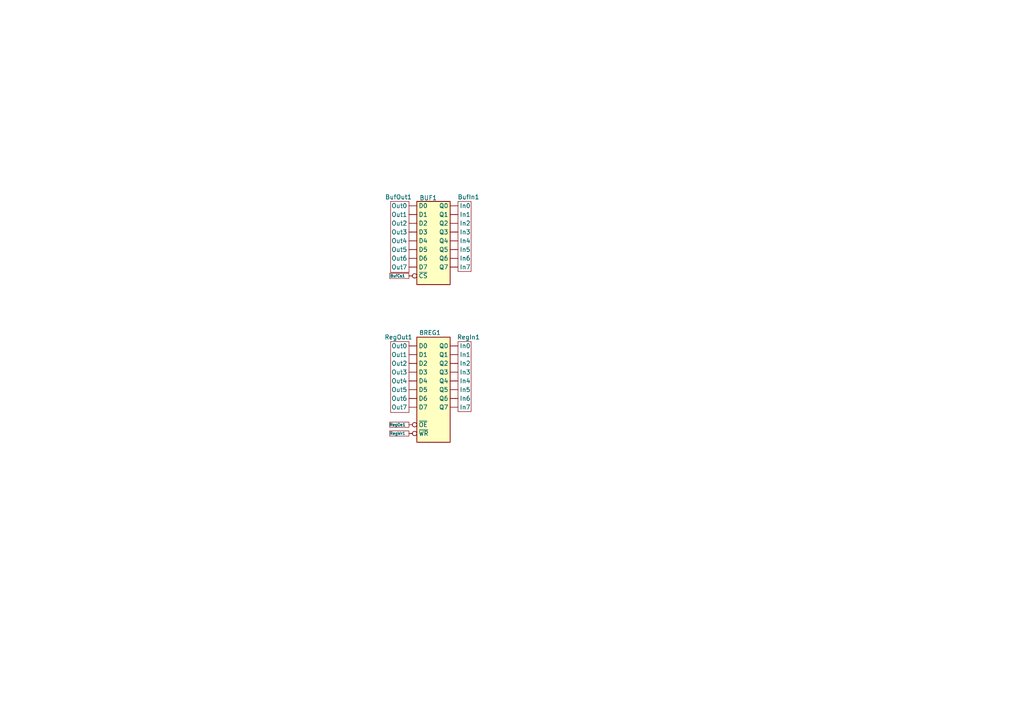
<source format=kicad_sch>
(kicad_sch (version 20230121) (generator eeschema)
  (paper "A4")
  (lib_symbols
    (symbol "Tests:InBus" (pin_numbers hide)
      (property "Reference" "InBus" (at 1.512 11.176 0))
      (symbol "InBus_0_1"
        (rectangle (start 0.75 10.16) (end 4.56 -10.16))
      )
      (symbol "InBus_1_1"
        (pin input line (at 0 8.89 0) (length 0.75) (name "In0") (number "0"))
        (pin input line (at 0 6.35 0) (length 0.75) (name "In1") (number "1"))
        (pin input line (at 0 3.81 0) (length 0.75) (name "In2") (number "2"))
        (pin input line (at 0 1.27 0) (length 0.75) (name "In3") (number "3"))
        (pin input line (at 0 -1.27 0) (length 0.75) (name "In4") (number "4"))
        (pin input line (at 0 -3.81 0) (length 0.75) (name "In5") (number "5"))
        (pin input line (at 0 -6.35 0) (length 0.75) (name "In6") (number "6"))
        (pin input line (at 0 -8.89 0) (length 0.75) (name "In7") (number "7"))
      )
    )
    (symbol "Tests:OutBus" (pin_numbers hide)
      (property "Reference" "OutBus" (at -1.524 11.176 0))
      (symbol "OutBus_0_1"
        (rectangle (start -6.096 10.16) (end -0.75 -10.414))
      )
      (symbol "OutBus_1_1"
        (pin output line (at 0 8.89 180) (length 0.75) (name "Out0") (number "0"))
        (pin output line (at 0 6.35 180) (length 0.75) (name "Out1") (number "1"))
        (pin output line (at 0 3.81 180) (length 0.75) (name "Out2") (number "2"))
        (pin output line (at 0 1.27 180) (length 0.75) (name "Out3") (number "3"))
        (pin output line (at 0 -1.27 180) (length 0.75) (name "Out4") (number "4"))
        (pin output line (at 0 -3.81 180) (length 0.75) (name "Out5") (number "5"))
        (pin output line (at 0 -6.35 180) (length 0.75) (name "Out6") (number "6"))
        (pin output line (at 0 -8.89 180) (length 0.75) (name "Out7") (number "7"))
      )
    )
    (symbol "Tests:OutPin" (pin_numbers hide) (pin_names hide)
      (property "Reference" "OutPin" (at -4.064 0 0))
      (symbol "OutPin_0_1"
        (rectangle (start -6.35 0.762) (end -0.762 -0.762))
      )
      (symbol "OutPin_1_1"
        (pin output line (at 0 0 180) (length 0.75) (name "Out") (number "1"))
      )
    )
    (symbol "chip:8REG" (pin_numbers hide)
      (property "Reference" "8REG" (at -1.016 16.51 0))
      (symbol "8REG_1_0"
        (pin input line (at -6.35 12.7 0) (length 1.5) (name "D0") (number "1"))
        (pin tri_state line (at 6.35 10.16 180) (length 1.5) (name "Q1") (number "10"))
        (pin tri_state line (at 6.35 7.62 180) (length 1.5) (name "Q2") (number "11"))
        (pin tri_state line (at 6.35 5.08 180) (length 1.5) (name "Q3") (number "12"))
        (pin tri_state line (at 6.35 2.54 180) (length 1.5) (name "Q4") (number "13"))
        (pin tri_state line (at 6.35 0 180) (length 1.5) (name "Q5") (number "14"))
        (pin tri_state line (at 6.35 -2.54 180) (length 1.5) (name "Q6") (number "15"))
        (pin tri_state line (at 6.35 -5.08 180) (length 1.5) (name "Q7") (number "16"))
        (pin input inverted (at -6.35 -10.16 0) (length 1.5) (name "~{OE}") (number "18"))
        (pin input line (at -6.35 10.16 0) (length 1.5) (name "D1") (number "2"))
        (pin input line (at -6.35 7.62 0) (length 1.5) (name "D2") (number "3"))
        (pin input line (at -6.35 5.08 0) (length 1.5) (name "D3") (number "4"))
        (pin input line (at -6.35 2.54 0) (length 1.5) (name "D4") (number "5"))
        (pin input line (at -6.35 0 0) (length 1.5) (name "D5") (number "6"))
        (pin input line (at -6.35 -2.54 0) (length 1.5) (name "D6") (number "7"))
        (pin input line (at -6.35 -5.08 0) (length 1.5) (name "D7") (number "8"))
        (pin tri_state line (at 6.35 12.7 180) (length 1.5) (name "Q0") (number "9"))
      )
      (symbol "8REG_1_1"
        (rectangle (start -4.826 15.24) (end 4.826 -15.24) (stroke (width 0.254)) (fill (type background)))
        (pin input inverted (at -6.35 -12.7 0) (length 1.5) (name "~{WR}") (number "17"))
      )
    )
    (symbol "chip:BUF" (pin_numbers hide)
      (property "Reference" "BUF" (at -1.524 14.986 0))
      (symbol "BUF_1_0"
        (pin input line (at -6.35 12.7 0) (length 1.5) (name "D0") (number "1"))
        (pin tri_state line (at 6.35 10.16 180) (length 1.5) (name "Q1") (number "10"))
        (pin tri_state line (at 6.35 7.62 180) (length 1.5) (name "Q2") (number "11"))
        (pin tri_state line (at 6.35 5.08 180) (length 1.5) (name "Q3") (number "12"))
        (pin tri_state line (at 6.35 2.54 180) (length 1.5) (name "Q4") (number "13"))
        (pin tri_state line (at 6.35 0 180) (length 1.5) (name "Q5") (number "14"))
        (pin tri_state line (at 6.35 -2.54 180) (length 1.5) (name "Q6") (number "15"))
        (pin tri_state line (at 6.35 -5.08 180) (length 1.5) (name "Q7") (number "16"))
        (pin input inverted (at -6.35 -7.62 0) (length 1.5) (name "~{CS}") (number "17"))
        (pin input line (at -6.35 10.16 0) (length 1.5) (name "D1") (number "2"))
        (pin input line (at -6.35 7.62 0) (length 1.5) (name "D2") (number "3"))
        (pin input line (at -6.35 5.08 0) (length 1.5) (name "D3") (number "4"))
        (pin input line (at -6.35 2.54 0) (length 1.5) (name "D4") (number "5"))
        (pin input line (at -6.35 0 0) (length 1.5) (name "D5") (number "6"))
        (pin input line (at -6.35 -2.54 0) (length 1.5) (name "D6") (number "7"))
        (pin input line (at -6.35 -5.08 0) (length 1.5) (name "D7") (number "8"))
        (pin tri_state line (at 6.35 12.7 180) (length 1.5) (name "Q0") (number "9"))
      )
      (symbol "BUF_1_1"
        (rectangle (start -4.826 13.97) (end 4.826 -10.16) (stroke (width 0.254)) (fill (type background)))
      )
    )
  )
  (symbol (lib_id "Tests:OutPin") (at 119.38 125.73 0) (unit 1)
    (property "Reference" "RegWr1" (at 115.316 125.73 0) (effects (font (size 0.8 0.8))))
    (property "Value" "OutPin" (effects hide))
  )
  (symbol (lib_id "Tests:OutPin") (at 119.38 123.19 0) (unit 1)
    (property "Reference" "RegOe1" (at 115.316 123.19 0) (effects (font (size 0.8 0.8))))
    (property "Value" "OutPin" (effects hide))
  )
  (symbol (lib_id "Tests:OutBus") (at 119.38 109.22 0) (unit 1)
    (property "Reference" "RegOut1" (at 115.57 97.79 0))
    (property "Value" "OutBus" (effects hide))
  )
  (symbol (lib_id "chip:8REG") (at 125.73 113.03 0) (unit 1)
    (property "Reference" "8REG1" (at 124.714 96.52 0))
    (property "Value" "REG" (effects hide))
  )
  (symbol (lib_id "Tests:InBus") (at 132.08 68.58 0) (unit 1)
    (property "Reference" "BufIn1" (at 135.89 57.15 0))
    (property "Value" "InBus" (effects hide))
  )
  (symbol (lib_id "Tests:InBus") (at 132.08 109.22 0) (unit 1)
    (property "Reference" "RegIn1" (at 135.89 97.79 0))
    (property "Value" "InBus" (effects hide))
  )
  (symbol (lib_id "chip:BUF") (at 125.73 72.39 0) (unit 1)
    (property "Reference" "BUF1" (at 124.206 57.404 0))
    (property "Value" "BUF" (effects hide))
  )
  (symbol (lib_id "Tests:OutPin") (at 119.38 80.01 0) (unit 1)
    (property "Reference" "BufCs1" (at 115.316 80.01 0) (effects (font (size 0.8 0.8))))
    (property "Value" "OutPin" (effects hide))
  )
  (symbol (lib_id "Tests:OutBus") (at 119.38 68.58 0) (unit 1)
    (property "Reference" "BufOut1" (at 115.57 57.15 0))
    (property "Value" "OutBus" (effects hide))
  )
)
</source>
